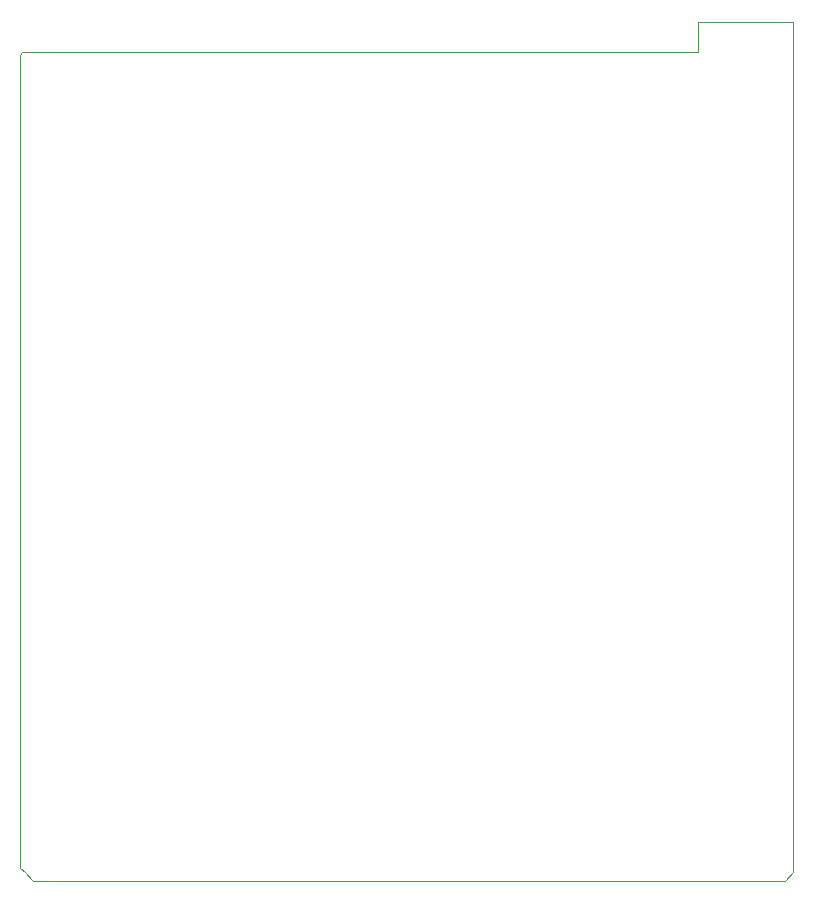
<source format=gko>
%FSLAX25Y25*%
%MOIN*%
G70*
G01*
G75*
G04 Layer_Color=16711935*
%ADD10C,0.00400*%
%ADD11C,0.03000*%
%ADD12C,0.05000*%
%ADD13C,0.08500*%
%ADD14R,0.08500X0.08500*%
%ADD15R,0.08500X0.08500*%
%ADD16C,0.11811*%
%ADD17C,0.05000*%
%ADD18C,0.08000*%
%ADD19C,0.00300*%
D19*
X548900Y144100D02*
X554700D01*
X557600Y147000D01*
Y430400D01*
X526000D02*
X557600D01*
X526000Y420400D02*
Y430400D01*
X525900Y420300D02*
X526000Y420400D01*
X300600Y420300D02*
X525900D01*
X299800Y419500D02*
X300600Y420300D01*
X299800Y148600D02*
Y419500D01*
Y148600D02*
X301400Y147000D01*
X304300Y144100D02*
X548900D01*
X301400Y147000D02*
X304300Y144100D01*
M02*

</source>
